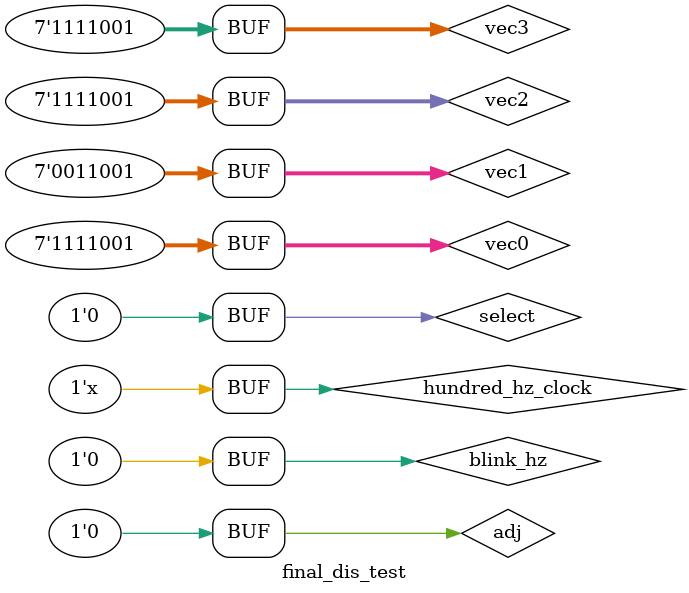
<source format=v>
`timescale 1ns / 1ps


module final_dis_test;

	// Inputs
	reg blink_hz;
	reg hundred_hz_clock;
	reg select;
	reg adj;

    reg [6:0]vec0; 
    reg [6:0]vec1; 
    reg [6:0]vec2; 
    reg [6:0]vec3;

	// Outputs
	wire [6:0] cathode;
	wire [3:0] anode;

	// Instantiate the Unit Under Test (UUT)
	final_display uut (
		.blink_hz(blink_hz), 
		.hundred_hz_clock(hundred_hz_clock), 
		.select(select), 
		.adj(adj), 
		.vec0(vec0), 
		.vec1(vec1), 
		.vec2(vec2), 
		.vec3(vec3), 
		.cathode(cathode), 
		.anode(anode)
	);

	initial begin
		// Initialize Inputs
		blink_hz = 0;
		hundred_hz_clock = 0;
		select = 0;
		adj = 0;
		vec0 = 0;
		vec1 = 0;
		vec2 = 0;
		vec3 = 0;

		// Wait 100 ns for global reset to finish
		#100;
        blink_hz = 4;
        hundred_hz_clock = 400;
        select=0;
        adj=0;
        vec0 = 7'b1111001;
        vec1 = 7'b0011001;
        vec2 = 7'b1111001;
        vec3 = 7'b1111001;
        
		// Add stimulus here

	end
    always 
    begin
        #0.1 hundred_hz_clock = ~hundred_hz_clock;
    end    
    
endmodule


</source>
